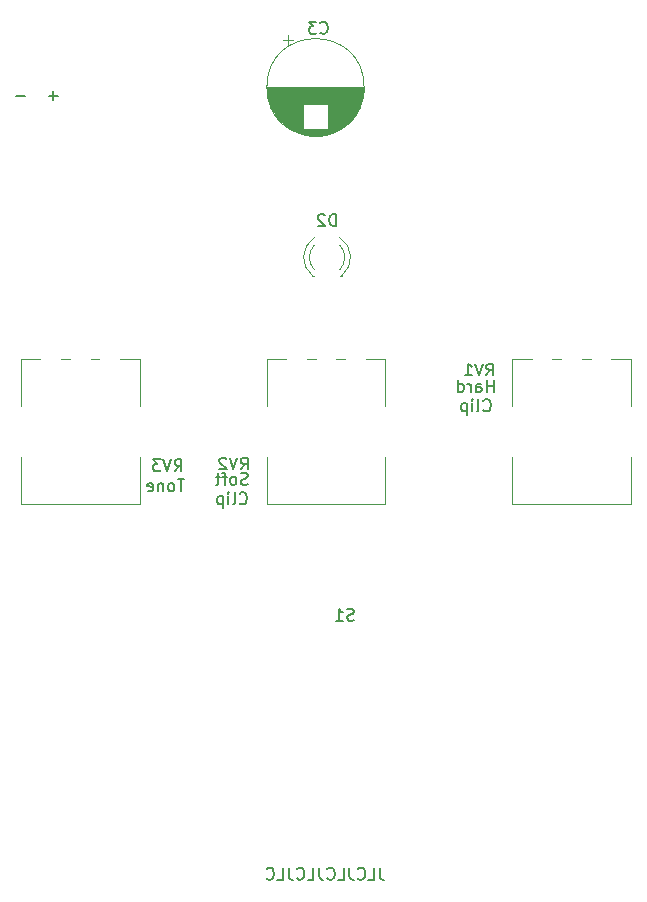
<source format=gbr>
%TF.GenerationSoftware,KiCad,Pcbnew,5.1.8-5.1.8*%
%TF.CreationDate,2021-11-25T16:42:30+01:00*%
%TF.ProjectId,diodedistortion,64696f64-6564-4697-9374-6f7274696f6e,rev?*%
%TF.SameCoordinates,Original*%
%TF.FileFunction,Legend,Bot*%
%TF.FilePolarity,Positive*%
%FSLAX46Y46*%
G04 Gerber Fmt 4.6, Leading zero omitted, Abs format (unit mm)*
G04 Created by KiCad (PCBNEW 5.1.8-5.1.8) date 2021-11-25 16:42:30*
%MOMM*%
%LPD*%
G01*
G04 APERTURE LIST*
%ADD10C,0.150000*%
%ADD11C,0.120000*%
G04 APERTURE END LIST*
D10*
X65288095Y-74648571D02*
X66050000Y-74648571D01*
X68050000Y-74648571D02*
X68811904Y-74648571D01*
X68430952Y-74267619D02*
X68430952Y-75029523D01*
X96059047Y-140012380D02*
X96059047Y-140726666D01*
X96106666Y-140869523D01*
X96201904Y-140964761D01*
X96344761Y-141012380D01*
X96440000Y-141012380D01*
X95106666Y-141012380D02*
X95582857Y-141012380D01*
X95582857Y-140012380D01*
X94201904Y-140917142D02*
X94249523Y-140964761D01*
X94392380Y-141012380D01*
X94487619Y-141012380D01*
X94630476Y-140964761D01*
X94725714Y-140869523D01*
X94773333Y-140774285D01*
X94820952Y-140583809D01*
X94820952Y-140440952D01*
X94773333Y-140250476D01*
X94725714Y-140155238D01*
X94630476Y-140060000D01*
X94487619Y-140012380D01*
X94392380Y-140012380D01*
X94249523Y-140060000D01*
X94201904Y-140107619D01*
X93487619Y-140012380D02*
X93487619Y-140726666D01*
X93535238Y-140869523D01*
X93630476Y-140964761D01*
X93773333Y-141012380D01*
X93868571Y-141012380D01*
X92535238Y-141012380D02*
X93011428Y-141012380D01*
X93011428Y-140012380D01*
X91630476Y-140917142D02*
X91678095Y-140964761D01*
X91820952Y-141012380D01*
X91916190Y-141012380D01*
X92059047Y-140964761D01*
X92154285Y-140869523D01*
X92201904Y-140774285D01*
X92249523Y-140583809D01*
X92249523Y-140440952D01*
X92201904Y-140250476D01*
X92154285Y-140155238D01*
X92059047Y-140060000D01*
X91916190Y-140012380D01*
X91820952Y-140012380D01*
X91678095Y-140060000D01*
X91630476Y-140107619D01*
X90916190Y-140012380D02*
X90916190Y-140726666D01*
X90963809Y-140869523D01*
X91059047Y-140964761D01*
X91201904Y-141012380D01*
X91297142Y-141012380D01*
X89963809Y-141012380D02*
X90440000Y-141012380D01*
X90440000Y-140012380D01*
X89059047Y-140917142D02*
X89106666Y-140964761D01*
X89249523Y-141012380D01*
X89344761Y-141012380D01*
X89487619Y-140964761D01*
X89582857Y-140869523D01*
X89630476Y-140774285D01*
X89678095Y-140583809D01*
X89678095Y-140440952D01*
X89630476Y-140250476D01*
X89582857Y-140155238D01*
X89487619Y-140060000D01*
X89344761Y-140012380D01*
X89249523Y-140012380D01*
X89106666Y-140060000D01*
X89059047Y-140107619D01*
X88344761Y-140012380D02*
X88344761Y-140726666D01*
X88392380Y-140869523D01*
X88487619Y-140964761D01*
X88630476Y-141012380D01*
X88725714Y-141012380D01*
X87392380Y-141012380D02*
X87868571Y-141012380D01*
X87868571Y-140012380D01*
X86487619Y-140917142D02*
X86535238Y-140964761D01*
X86678095Y-141012380D01*
X86773333Y-141012380D01*
X86916190Y-140964761D01*
X87011428Y-140869523D01*
X87059047Y-140774285D01*
X87106666Y-140583809D01*
X87106666Y-140440952D01*
X87059047Y-140250476D01*
X87011428Y-140155238D01*
X86916190Y-140060000D01*
X86773333Y-140012380D01*
X86678095Y-140012380D01*
X86535238Y-140060000D01*
X86487619Y-140107619D01*
X79519047Y-107127380D02*
X78947619Y-107127380D01*
X79233333Y-108127380D02*
X79233333Y-107127380D01*
X78471428Y-108127380D02*
X78566666Y-108079761D01*
X78614285Y-108032142D01*
X78661904Y-107936904D01*
X78661904Y-107651190D01*
X78614285Y-107555952D01*
X78566666Y-107508333D01*
X78471428Y-107460714D01*
X78328571Y-107460714D01*
X78233333Y-107508333D01*
X78185714Y-107555952D01*
X78138095Y-107651190D01*
X78138095Y-107936904D01*
X78185714Y-108032142D01*
X78233333Y-108079761D01*
X78328571Y-108127380D01*
X78471428Y-108127380D01*
X77709523Y-107460714D02*
X77709523Y-108127380D01*
X77709523Y-107555952D02*
X77661904Y-107508333D01*
X77566666Y-107460714D01*
X77423809Y-107460714D01*
X77328571Y-107508333D01*
X77280952Y-107603571D01*
X77280952Y-108127380D01*
X76423809Y-108079761D02*
X76519047Y-108127380D01*
X76709523Y-108127380D01*
X76804761Y-108079761D01*
X76852380Y-107984523D01*
X76852380Y-107603571D01*
X76804761Y-107508333D01*
X76709523Y-107460714D01*
X76519047Y-107460714D01*
X76423809Y-107508333D01*
X76376190Y-107603571D01*
X76376190Y-107698809D01*
X76852380Y-107794047D01*
X84869523Y-107529761D02*
X84726666Y-107577380D01*
X84488571Y-107577380D01*
X84393333Y-107529761D01*
X84345714Y-107482142D01*
X84298095Y-107386904D01*
X84298095Y-107291666D01*
X84345714Y-107196428D01*
X84393333Y-107148809D01*
X84488571Y-107101190D01*
X84679047Y-107053571D01*
X84774285Y-107005952D01*
X84821904Y-106958333D01*
X84869523Y-106863095D01*
X84869523Y-106767857D01*
X84821904Y-106672619D01*
X84774285Y-106625000D01*
X84679047Y-106577380D01*
X84440952Y-106577380D01*
X84298095Y-106625000D01*
X83726666Y-107577380D02*
X83821904Y-107529761D01*
X83869523Y-107482142D01*
X83917142Y-107386904D01*
X83917142Y-107101190D01*
X83869523Y-107005952D01*
X83821904Y-106958333D01*
X83726666Y-106910714D01*
X83583809Y-106910714D01*
X83488571Y-106958333D01*
X83440952Y-107005952D01*
X83393333Y-107101190D01*
X83393333Y-107386904D01*
X83440952Y-107482142D01*
X83488571Y-107529761D01*
X83583809Y-107577380D01*
X83726666Y-107577380D01*
X83107619Y-106910714D02*
X82726666Y-106910714D01*
X82964761Y-107577380D02*
X82964761Y-106720238D01*
X82917142Y-106625000D01*
X82821904Y-106577380D01*
X82726666Y-106577380D01*
X82536190Y-106910714D02*
X82155238Y-106910714D01*
X82393333Y-106577380D02*
X82393333Y-107434523D01*
X82345714Y-107529761D01*
X82250476Y-107577380D01*
X82155238Y-107577380D01*
X84202857Y-109132142D02*
X84250476Y-109179761D01*
X84393333Y-109227380D01*
X84488571Y-109227380D01*
X84631428Y-109179761D01*
X84726666Y-109084523D01*
X84774285Y-108989285D01*
X84821904Y-108798809D01*
X84821904Y-108655952D01*
X84774285Y-108465476D01*
X84726666Y-108370238D01*
X84631428Y-108275000D01*
X84488571Y-108227380D01*
X84393333Y-108227380D01*
X84250476Y-108275000D01*
X84202857Y-108322619D01*
X83631428Y-109227380D02*
X83726666Y-109179761D01*
X83774285Y-109084523D01*
X83774285Y-108227380D01*
X83250476Y-109227380D02*
X83250476Y-108560714D01*
X83250476Y-108227380D02*
X83298095Y-108275000D01*
X83250476Y-108322619D01*
X83202857Y-108275000D01*
X83250476Y-108227380D01*
X83250476Y-108322619D01*
X82774285Y-108560714D02*
X82774285Y-109560714D01*
X82774285Y-108608333D02*
X82679047Y-108560714D01*
X82488571Y-108560714D01*
X82393333Y-108608333D01*
X82345714Y-108655952D01*
X82298095Y-108751190D01*
X82298095Y-109036904D01*
X82345714Y-109132142D01*
X82393333Y-109179761D01*
X82488571Y-109227380D01*
X82679047Y-109227380D01*
X82774285Y-109179761D01*
X105700000Y-99702380D02*
X105700000Y-98702380D01*
X105700000Y-99178571D02*
X105128571Y-99178571D01*
X105128571Y-99702380D02*
X105128571Y-98702380D01*
X104223809Y-99702380D02*
X104223809Y-99178571D01*
X104271428Y-99083333D01*
X104366666Y-99035714D01*
X104557142Y-99035714D01*
X104652380Y-99083333D01*
X104223809Y-99654761D02*
X104319047Y-99702380D01*
X104557142Y-99702380D01*
X104652380Y-99654761D01*
X104700000Y-99559523D01*
X104700000Y-99464285D01*
X104652380Y-99369047D01*
X104557142Y-99321428D01*
X104319047Y-99321428D01*
X104223809Y-99273809D01*
X103747619Y-99702380D02*
X103747619Y-99035714D01*
X103747619Y-99226190D02*
X103700000Y-99130952D01*
X103652380Y-99083333D01*
X103557142Y-99035714D01*
X103461904Y-99035714D01*
X102700000Y-99702380D02*
X102700000Y-98702380D01*
X102700000Y-99654761D02*
X102795238Y-99702380D01*
X102985714Y-99702380D01*
X103080952Y-99654761D01*
X103128571Y-99607142D01*
X103176190Y-99511904D01*
X103176190Y-99226190D01*
X103128571Y-99130952D01*
X103080952Y-99083333D01*
X102985714Y-99035714D01*
X102795238Y-99035714D01*
X102700000Y-99083333D01*
X104842857Y-101257142D02*
X104890476Y-101304761D01*
X105033333Y-101352380D01*
X105128571Y-101352380D01*
X105271428Y-101304761D01*
X105366666Y-101209523D01*
X105414285Y-101114285D01*
X105461904Y-100923809D01*
X105461904Y-100780952D01*
X105414285Y-100590476D01*
X105366666Y-100495238D01*
X105271428Y-100400000D01*
X105128571Y-100352380D01*
X105033333Y-100352380D01*
X104890476Y-100400000D01*
X104842857Y-100447619D01*
X104271428Y-101352380D02*
X104366666Y-101304761D01*
X104414285Y-101209523D01*
X104414285Y-100352380D01*
X103890476Y-101352380D02*
X103890476Y-100685714D01*
X103890476Y-100352380D02*
X103938095Y-100400000D01*
X103890476Y-100447619D01*
X103842857Y-100400000D01*
X103890476Y-100352380D01*
X103890476Y-100447619D01*
X103414285Y-100685714D02*
X103414285Y-101685714D01*
X103414285Y-100733333D02*
X103319047Y-100685714D01*
X103128571Y-100685714D01*
X103033333Y-100733333D01*
X102985714Y-100780952D01*
X102938095Y-100876190D01*
X102938095Y-101161904D01*
X102985714Y-101257142D01*
X103033333Y-101304761D01*
X103128571Y-101352380D01*
X103319047Y-101352380D01*
X103414285Y-101304761D01*
D11*
%TO.C,RV3*%
X65679000Y-96955000D02*
X65679000Y-100892000D01*
X65679000Y-105259000D02*
X65679000Y-109195000D01*
X75720000Y-96955000D02*
X75720000Y-100892000D01*
X75720000Y-105259000D02*
X75720000Y-109195000D01*
X65679000Y-96955000D02*
X67329000Y-96955000D01*
X69071000Y-96955000D02*
X69830000Y-96955000D01*
X71571000Y-96955000D02*
X72330000Y-96955000D01*
X74070000Y-96955000D02*
X75720000Y-96955000D01*
X65679000Y-109195000D02*
X75720000Y-109195000D01*
%TO.C,RV2*%
X86479000Y-96955000D02*
X86479000Y-100892000D01*
X86479000Y-105259000D02*
X86479000Y-109195000D01*
X96520000Y-96955000D02*
X96520000Y-100892000D01*
X96520000Y-105259000D02*
X96520000Y-109195000D01*
X86479000Y-96955000D02*
X88129000Y-96955000D01*
X89871000Y-96955000D02*
X90630000Y-96955000D01*
X92371000Y-96955000D02*
X93130000Y-96955000D01*
X94870000Y-96955000D02*
X96520000Y-96955000D01*
X86479000Y-109195000D02*
X96520000Y-109195000D01*
%TO.C,RV1*%
X107279000Y-96955000D02*
X107279000Y-100892000D01*
X107279000Y-105259000D02*
X107279000Y-109195000D01*
X117320000Y-96955000D02*
X117320000Y-100892000D01*
X117320000Y-105259000D02*
X117320000Y-109195000D01*
X107279000Y-96955000D02*
X108929000Y-96955000D01*
X110671000Y-96955000D02*
X111430000Y-96955000D01*
X113171000Y-96955000D02*
X113930000Y-96955000D01*
X115670000Y-96955000D02*
X117320000Y-96955000D01*
X107279000Y-109195000D02*
X117320000Y-109195000D01*
%TO.C,D2*%
X90520163Y-87288870D02*
G75*
G03*
X90520000Y-89370961I1079837J-1041130D01*
G01*
X92679837Y-87288870D02*
G75*
G02*
X92680000Y-89370961I-1079837J-1041130D01*
G01*
X90521392Y-86657665D02*
G75*
G03*
X90364484Y-89890000I1078608J-1672335D01*
G01*
X92678608Y-86657665D02*
G75*
G02*
X92835516Y-89890000I-1078608J-1672335D01*
G01*
X92836000Y-89890000D02*
X92680000Y-89890000D01*
X90520000Y-89890000D02*
X90364000Y-89890000D01*
%TO.C,C3*%
X94740000Y-73930000D02*
G75*
G03*
X94740000Y-73930000I-4120000J0D01*
G01*
X86540000Y-73930000D02*
X94700000Y-73930000D01*
X86540000Y-73970000D02*
X94700000Y-73970000D01*
X86540000Y-74010000D02*
X94700000Y-74010000D01*
X86541000Y-74050000D02*
X94699000Y-74050000D01*
X86543000Y-74090000D02*
X94697000Y-74090000D01*
X86544000Y-74130000D02*
X94696000Y-74130000D01*
X86546000Y-74170000D02*
X94694000Y-74170000D01*
X86549000Y-74210000D02*
X94691000Y-74210000D01*
X86552000Y-74250000D02*
X94688000Y-74250000D01*
X86555000Y-74290000D02*
X94685000Y-74290000D01*
X86559000Y-74330000D02*
X94681000Y-74330000D01*
X86563000Y-74370000D02*
X94677000Y-74370000D01*
X86568000Y-74410000D02*
X94672000Y-74410000D01*
X86572000Y-74450000D02*
X94668000Y-74450000D01*
X86578000Y-74490000D02*
X94662000Y-74490000D01*
X86583000Y-74530000D02*
X94657000Y-74530000D01*
X86590000Y-74570000D02*
X94650000Y-74570000D01*
X86596000Y-74610000D02*
X94644000Y-74610000D01*
X86603000Y-74651000D02*
X94637000Y-74651000D01*
X86610000Y-74691000D02*
X94630000Y-74691000D01*
X86618000Y-74731000D02*
X94622000Y-74731000D01*
X86626000Y-74771000D02*
X94614000Y-74771000D01*
X86635000Y-74811000D02*
X94605000Y-74811000D01*
X86644000Y-74851000D02*
X94596000Y-74851000D01*
X86653000Y-74891000D02*
X94587000Y-74891000D01*
X86663000Y-74931000D02*
X94577000Y-74931000D01*
X86673000Y-74971000D02*
X94567000Y-74971000D01*
X86684000Y-75011000D02*
X94556000Y-75011000D01*
X86695000Y-75051000D02*
X94545000Y-75051000D01*
X86706000Y-75091000D02*
X94534000Y-75091000D01*
X86718000Y-75131000D02*
X94522000Y-75131000D01*
X86731000Y-75171000D02*
X94509000Y-75171000D01*
X86743000Y-75211000D02*
X94497000Y-75211000D01*
X86757000Y-75251000D02*
X94483000Y-75251000D01*
X86770000Y-75291000D02*
X94470000Y-75291000D01*
X86785000Y-75331000D02*
X94455000Y-75331000D01*
X86799000Y-75371000D02*
X94441000Y-75371000D01*
X86815000Y-75411000D02*
X89580000Y-75411000D01*
X91660000Y-75411000D02*
X94425000Y-75411000D01*
X86830000Y-75451000D02*
X89580000Y-75451000D01*
X91660000Y-75451000D02*
X94410000Y-75451000D01*
X86846000Y-75491000D02*
X89580000Y-75491000D01*
X91660000Y-75491000D02*
X94394000Y-75491000D01*
X86863000Y-75531000D02*
X89580000Y-75531000D01*
X91660000Y-75531000D02*
X94377000Y-75531000D01*
X86880000Y-75571000D02*
X89580000Y-75571000D01*
X91660000Y-75571000D02*
X94360000Y-75571000D01*
X86898000Y-75611000D02*
X89580000Y-75611000D01*
X91660000Y-75611000D02*
X94342000Y-75611000D01*
X86916000Y-75651000D02*
X89580000Y-75651000D01*
X91660000Y-75651000D02*
X94324000Y-75651000D01*
X86934000Y-75691000D02*
X89580000Y-75691000D01*
X91660000Y-75691000D02*
X94306000Y-75691000D01*
X86954000Y-75731000D02*
X89580000Y-75731000D01*
X91660000Y-75731000D02*
X94286000Y-75731000D01*
X86973000Y-75771000D02*
X89580000Y-75771000D01*
X91660000Y-75771000D02*
X94267000Y-75771000D01*
X86993000Y-75811000D02*
X89580000Y-75811000D01*
X91660000Y-75811000D02*
X94247000Y-75811000D01*
X87014000Y-75851000D02*
X89580000Y-75851000D01*
X91660000Y-75851000D02*
X94226000Y-75851000D01*
X87036000Y-75891000D02*
X89580000Y-75891000D01*
X91660000Y-75891000D02*
X94204000Y-75891000D01*
X87058000Y-75931000D02*
X89580000Y-75931000D01*
X91660000Y-75931000D02*
X94182000Y-75931000D01*
X87080000Y-75971000D02*
X89580000Y-75971000D01*
X91660000Y-75971000D02*
X94160000Y-75971000D01*
X87103000Y-76011000D02*
X89580000Y-76011000D01*
X91660000Y-76011000D02*
X94137000Y-76011000D01*
X87127000Y-76051000D02*
X89580000Y-76051000D01*
X91660000Y-76051000D02*
X94113000Y-76051000D01*
X87151000Y-76091000D02*
X89580000Y-76091000D01*
X91660000Y-76091000D02*
X94089000Y-76091000D01*
X87176000Y-76131000D02*
X89580000Y-76131000D01*
X91660000Y-76131000D02*
X94064000Y-76131000D01*
X87202000Y-76171000D02*
X89580000Y-76171000D01*
X91660000Y-76171000D02*
X94038000Y-76171000D01*
X87228000Y-76211000D02*
X89580000Y-76211000D01*
X91660000Y-76211000D02*
X94012000Y-76211000D01*
X87255000Y-76251000D02*
X89580000Y-76251000D01*
X91660000Y-76251000D02*
X93985000Y-76251000D01*
X87282000Y-76291000D02*
X89580000Y-76291000D01*
X91660000Y-76291000D02*
X93958000Y-76291000D01*
X87311000Y-76331000D02*
X89580000Y-76331000D01*
X91660000Y-76331000D02*
X93929000Y-76331000D01*
X87340000Y-76371000D02*
X89580000Y-76371000D01*
X91660000Y-76371000D02*
X93900000Y-76371000D01*
X87370000Y-76411000D02*
X89580000Y-76411000D01*
X91660000Y-76411000D02*
X93870000Y-76411000D01*
X87400000Y-76451000D02*
X89580000Y-76451000D01*
X91660000Y-76451000D02*
X93840000Y-76451000D01*
X87431000Y-76491000D02*
X89580000Y-76491000D01*
X91660000Y-76491000D02*
X93809000Y-76491000D01*
X87464000Y-76531000D02*
X89580000Y-76531000D01*
X91660000Y-76531000D02*
X93776000Y-76531000D01*
X87496000Y-76571000D02*
X89580000Y-76571000D01*
X91660000Y-76571000D02*
X93744000Y-76571000D01*
X87530000Y-76611000D02*
X89580000Y-76611000D01*
X91660000Y-76611000D02*
X93710000Y-76611000D01*
X87565000Y-76651000D02*
X89580000Y-76651000D01*
X91660000Y-76651000D02*
X93675000Y-76651000D01*
X87601000Y-76691000D02*
X89580000Y-76691000D01*
X91660000Y-76691000D02*
X93639000Y-76691000D01*
X87637000Y-76731000D02*
X89580000Y-76731000D01*
X91660000Y-76731000D02*
X93603000Y-76731000D01*
X87675000Y-76771000D02*
X89580000Y-76771000D01*
X91660000Y-76771000D02*
X93565000Y-76771000D01*
X87713000Y-76811000D02*
X89580000Y-76811000D01*
X91660000Y-76811000D02*
X93527000Y-76811000D01*
X87753000Y-76851000D02*
X89580000Y-76851000D01*
X91660000Y-76851000D02*
X93487000Y-76851000D01*
X87794000Y-76891000D02*
X89580000Y-76891000D01*
X91660000Y-76891000D02*
X93446000Y-76891000D01*
X87836000Y-76931000D02*
X89580000Y-76931000D01*
X91660000Y-76931000D02*
X93404000Y-76931000D01*
X87879000Y-76971000D02*
X89580000Y-76971000D01*
X91660000Y-76971000D02*
X93361000Y-76971000D01*
X87923000Y-77011000D02*
X89580000Y-77011000D01*
X91660000Y-77011000D02*
X93317000Y-77011000D01*
X87969000Y-77051000D02*
X89580000Y-77051000D01*
X91660000Y-77051000D02*
X93271000Y-77051000D01*
X88016000Y-77091000D02*
X89580000Y-77091000D01*
X91660000Y-77091000D02*
X93224000Y-77091000D01*
X88064000Y-77131000D02*
X89580000Y-77131000D01*
X91660000Y-77131000D02*
X93176000Y-77131000D01*
X88115000Y-77171000D02*
X89580000Y-77171000D01*
X91660000Y-77171000D02*
X93125000Y-77171000D01*
X88166000Y-77211000D02*
X89580000Y-77211000D01*
X91660000Y-77211000D02*
X93074000Y-77211000D01*
X88220000Y-77251000D02*
X89580000Y-77251000D01*
X91660000Y-77251000D02*
X93020000Y-77251000D01*
X88275000Y-77291000D02*
X89580000Y-77291000D01*
X91660000Y-77291000D02*
X92965000Y-77291000D01*
X88333000Y-77331000D02*
X89580000Y-77331000D01*
X91660000Y-77331000D02*
X92907000Y-77331000D01*
X88392000Y-77371000D02*
X89580000Y-77371000D01*
X91660000Y-77371000D02*
X92848000Y-77371000D01*
X88454000Y-77411000D02*
X89580000Y-77411000D01*
X91660000Y-77411000D02*
X92786000Y-77411000D01*
X88518000Y-77451000D02*
X89580000Y-77451000D01*
X91660000Y-77451000D02*
X92722000Y-77451000D01*
X88586000Y-77491000D02*
X92654000Y-77491000D01*
X88656000Y-77531000D02*
X92584000Y-77531000D01*
X88730000Y-77571000D02*
X92510000Y-77571000D01*
X88807000Y-77611000D02*
X92433000Y-77611000D01*
X88889000Y-77651000D02*
X92351000Y-77651000D01*
X88975000Y-77691000D02*
X92265000Y-77691000D01*
X89068000Y-77731000D02*
X92172000Y-77731000D01*
X89167000Y-77771000D02*
X92073000Y-77771000D01*
X89274000Y-77811000D02*
X91966000Y-77811000D01*
X89391000Y-77851000D02*
X91849000Y-77851000D01*
X89522000Y-77891000D02*
X91718000Y-77891000D01*
X89672000Y-77931000D02*
X91568000Y-77931000D01*
X89852000Y-77971000D02*
X91388000Y-77971000D01*
X90087000Y-78011000D02*
X91153000Y-78011000D01*
X88305000Y-69520302D02*
X88305000Y-70320302D01*
X87905000Y-69920302D02*
X88705000Y-69920302D01*
%TO.C,S1*%
D10*
X93861904Y-119029761D02*
X93719047Y-119077380D01*
X93480952Y-119077380D01*
X93385714Y-119029761D01*
X93338095Y-118982142D01*
X93290476Y-118886904D01*
X93290476Y-118791666D01*
X93338095Y-118696428D01*
X93385714Y-118648809D01*
X93480952Y-118601190D01*
X93671428Y-118553571D01*
X93766666Y-118505952D01*
X93814285Y-118458333D01*
X93861904Y-118363095D01*
X93861904Y-118267857D01*
X93814285Y-118172619D01*
X93766666Y-118125000D01*
X93671428Y-118077380D01*
X93433333Y-118077380D01*
X93290476Y-118125000D01*
X92338095Y-119077380D02*
X92909523Y-119077380D01*
X92623809Y-119077380D02*
X92623809Y-118077380D01*
X92719047Y-118220238D01*
X92814285Y-118315476D01*
X92909523Y-118363095D01*
%TO.C,RV3*%
X78695238Y-106427380D02*
X79028571Y-105951190D01*
X79266666Y-106427380D02*
X79266666Y-105427380D01*
X78885714Y-105427380D01*
X78790476Y-105475000D01*
X78742857Y-105522619D01*
X78695238Y-105617857D01*
X78695238Y-105760714D01*
X78742857Y-105855952D01*
X78790476Y-105903571D01*
X78885714Y-105951190D01*
X79266666Y-105951190D01*
X78409523Y-105427380D02*
X78076190Y-106427380D01*
X77742857Y-105427380D01*
X77504761Y-105427380D02*
X76885714Y-105427380D01*
X77219047Y-105808333D01*
X77076190Y-105808333D01*
X76980952Y-105855952D01*
X76933333Y-105903571D01*
X76885714Y-105998809D01*
X76885714Y-106236904D01*
X76933333Y-106332142D01*
X76980952Y-106379761D01*
X77076190Y-106427380D01*
X77361904Y-106427380D01*
X77457142Y-106379761D01*
X77504761Y-106332142D01*
%TO.C,RV2*%
X84295238Y-106277380D02*
X84628571Y-105801190D01*
X84866666Y-106277380D02*
X84866666Y-105277380D01*
X84485714Y-105277380D01*
X84390476Y-105325000D01*
X84342857Y-105372619D01*
X84295238Y-105467857D01*
X84295238Y-105610714D01*
X84342857Y-105705952D01*
X84390476Y-105753571D01*
X84485714Y-105801190D01*
X84866666Y-105801190D01*
X84009523Y-105277380D02*
X83676190Y-106277380D01*
X83342857Y-105277380D01*
X83057142Y-105372619D02*
X83009523Y-105325000D01*
X82914285Y-105277380D01*
X82676190Y-105277380D01*
X82580952Y-105325000D01*
X82533333Y-105372619D01*
X82485714Y-105467857D01*
X82485714Y-105563095D01*
X82533333Y-105705952D01*
X83104761Y-106277380D01*
X82485714Y-106277380D01*
%TO.C,RV1*%
X105095238Y-98327380D02*
X105428571Y-97851190D01*
X105666666Y-98327380D02*
X105666666Y-97327380D01*
X105285714Y-97327380D01*
X105190476Y-97375000D01*
X105142857Y-97422619D01*
X105095238Y-97517857D01*
X105095238Y-97660714D01*
X105142857Y-97755952D01*
X105190476Y-97803571D01*
X105285714Y-97851190D01*
X105666666Y-97851190D01*
X104809523Y-97327380D02*
X104476190Y-98327380D01*
X104142857Y-97327380D01*
X103285714Y-98327380D02*
X103857142Y-98327380D01*
X103571428Y-98327380D02*
X103571428Y-97327380D01*
X103666666Y-97470238D01*
X103761904Y-97565476D01*
X103857142Y-97613095D01*
%TO.C,D2*%
X92338095Y-85652380D02*
X92338095Y-84652380D01*
X92100000Y-84652380D01*
X91957142Y-84700000D01*
X91861904Y-84795238D01*
X91814285Y-84890476D01*
X91766666Y-85080952D01*
X91766666Y-85223809D01*
X91814285Y-85414285D01*
X91861904Y-85509523D01*
X91957142Y-85604761D01*
X92100000Y-85652380D01*
X92338095Y-85652380D01*
X91385714Y-84747619D02*
X91338095Y-84700000D01*
X91242857Y-84652380D01*
X91004761Y-84652380D01*
X90909523Y-84700000D01*
X90861904Y-84747619D01*
X90814285Y-84842857D01*
X90814285Y-84938095D01*
X90861904Y-85080952D01*
X91433333Y-85652380D01*
X90814285Y-85652380D01*
%TO.C,C3*%
X91036666Y-69297142D02*
X91084285Y-69344761D01*
X91227142Y-69392380D01*
X91322380Y-69392380D01*
X91465238Y-69344761D01*
X91560476Y-69249523D01*
X91608095Y-69154285D01*
X91655714Y-68963809D01*
X91655714Y-68820952D01*
X91608095Y-68630476D01*
X91560476Y-68535238D01*
X91465238Y-68440000D01*
X91322380Y-68392380D01*
X91227142Y-68392380D01*
X91084285Y-68440000D01*
X91036666Y-68487619D01*
X90703333Y-68392380D02*
X90084285Y-68392380D01*
X90417619Y-68773333D01*
X90274761Y-68773333D01*
X90179523Y-68820952D01*
X90131904Y-68868571D01*
X90084285Y-68963809D01*
X90084285Y-69201904D01*
X90131904Y-69297142D01*
X90179523Y-69344761D01*
X90274761Y-69392380D01*
X90560476Y-69392380D01*
X90655714Y-69344761D01*
X90703333Y-69297142D01*
%TD*%
M02*

</source>
